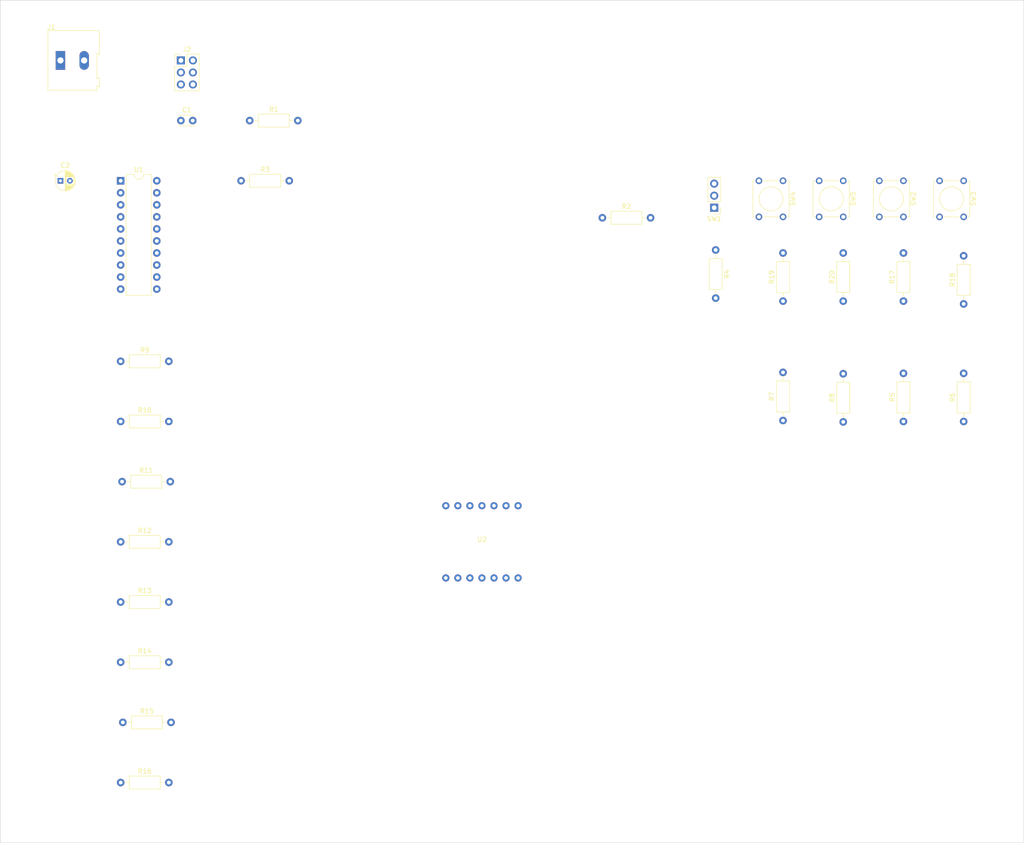
<source format=kicad_pcb>
(kicad_pcb (version 20211014) (generator pcbnew)
  (layers (0 "F.Cu" signal) (31 "B.Cu" signal) (34 "B.Paste" user) (35 "F.Paste" user) (36 "B.SilkS" user "B.Silkscreen") (37 "F.SilkS" user "F.Silkscreen") (38 "B.Mask" user) (39 "F.Mask" user) (44 "Edge.Cuts" user))
  (net 0 "")
  (net 1 "+5V")
  (net 2 "Net-(J2-Pad5)")
  (net 3 "Net-(R3-Pad2)")
  (net 4 "Net-(R9-Pad1)")
  (net 5 "Net-(R10-Pad1)")
  (net 6 "Net-(R16-Pad1)")
  (net 7 "Net-(R2-Pad1)")
  (net 8 "Net-(R11-Pad1)")
  (net 9 "Net-(R12-Pad1)")
  (net 10 "Net-(R13-Pad1)")
  (net 11 "Net-(R14-Pad1)")
  (net 12 "GND")
  (net 13 "Net-(R15-Pad1)")
  (net 14 "Net-(U1-Pad12)")
  (net 15 "Net-(U1-Pad13)")
  (net 16 "Net-(U1-Pad14)")
  (net 17 "Net-(U1-Pad15)")
  (net 18 "Net-(R17-Pad1)")
  (net 19 "Net-(J2-Pad4)")
  (net 20 "Net-(J2-Pad1)")
  (net 21 "Net-(J2-Pad3)")
  (net 22 "Net-(R9-Pad2)")
  (net 23 "Net-(R10-Pad2)")
  (net 24 "Net-(R11-Pad2)")
  (net 25 "Net-(R12-Pad2)")
  (net 26 "Net-(R13-Pad2)")
  (net 27 "Net-(R14-Pad2)")
  (net 28 "Net-(R15-Pad2)")
  (net 29 "Net-(R16-Pad2)")
  (net 30 "Net-(R17-Pad2)")
  (net 31 "Net-(R18-Pad2)")
  (net 32 "Net-(R19-Pad2)")
  (net 33 "Net-(R20-Pad2)")
  (net 34 "Net-(R2-Pad2)")
  (net 35 "Net-(R4-Pad1)")
  (footprint "Resistor_THT:R_Axial_DIN0207_L6.3mm_D2.5mm_P10.16mm_Horizontal" (layer "F.Cu") (at 228.6 101.395 90)
    (fp_text reference "R7" (at 5.08 -2.37 90) (layer "F.SilkS"))
    (fp_text value "470")
    (fp_line (start 8.35 -1.37) (end 1.81 -1.37) (layer "F.SilkS") (width 0.12))
    (fp_line (start 1.81 1.37) (end 8.35 1.37) (layer "F.SilkS") (width 0.12))
    (fp_line (start 1.81 -1.37) (end 1.81 1.37) (layer "F.SilkS") (width 0.12))
    (fp_line (start 8.35 1.37) (end 8.35 -1.37) (layer "F.SilkS") (width 0.12))
    (fp_line (start 9.12 0) (end 8.35 0) (layer "F.SilkS") (width 0.12))
    (fp_line (start 1.04 0) (end 1.81 0) (layer "F.SilkS") (width 0.12))
    (pad "1" thru_hole circle (at 0 0 90) (size 1.6 1.6) (drill 0.8) (layers *.Cu *.Mask) (net 1 "+5V"))
    (pad "2" thru_hole oval (at 10.16 0 90) (size 1.6 1.6) (drill 0.8) (layers *.Cu *.Mask) (net 20 "Net-(J2-Pad1)"))
  )
  (footprint "Resistor_THT:R_Axial_DIN0207_L6.3mm_D2.5mm_P10.16mm_Horizontal" (layer "F.Cu") (at 241.3 76.2 90)
    (fp_text reference "R20" (at 5.08 -2.37 90) (layer "F.SilkS"))
    (fp_text value "470")
    (fp_line (start 8.35 -1.37) (end 1.81 -1.37) (layer "F.SilkS") (width 0.12))
    (fp_line (start 1.81 -1.37) (end 1.81 1.37) (layer "F.SilkS") (width 0.12))
    (fp_line (start 1.04 0) (end 1.81 0) (layer "F.SilkS") (width 0.12))
    (fp_line (start 9.12 0) (end 8.35 0) (layer "F.SilkS") (width 0.12))
    (fp_line (start 1.81 1.37) (end 8.35 1.37) (layer "F.SilkS") (width 0.12))
    (fp_line (start 8.35 1.37) (end 8.35 -1.37) (layer "F.SilkS") (width 0.12))
    (pad "1" thru_hole circle (at 0 0 90) (size 1.6 1.6) (drill 0.8) (layers *.Cu *.Mask) (net 21 "Net-(J2-Pad3)"))
    (pad "2" thru_hole oval (at 10.16 0 90) (size 1.6 1.6) (drill 0.8) (layers *.Cu *.Mask) (net 33 "Net-(R20-Pad2)"))
  )
  (footprint "Resistor_THT:R_Axial_DIN0207_L6.3mm_D2.5mm_P10.16mm_Horizontal" (layer "F.Cu") (at 88.9 101.6)
    (fp_text reference "R10" (at 5.08 -2.37) (layer "F.SilkS"))
    (fp_text value "470")
    (fp_line (start 8.35 1.37) (end 8.35 -1.37) (layer "F.SilkS") (width 0.12))
    (fp_line (start 1.81 1.37) (end 8.35 1.37) (layer "F.SilkS") (width 0.12))
    (fp_line (start 1.81 -1.37) (end 1.81 1.37) (layer "F.SilkS") (width 0.12))
    (fp_line (start 1.04 0) (end 1.81 0) (layer "F.SilkS") (width 0.12))
    (fp_line (start 9.12 0) (end 8.35 0) (layer "F.SilkS") (width 0.12))
    (fp_line (start 8.35 -1.37) (end 1.81 -1.37) (layer "F.SilkS") (width 0.12))
    (pad "1" thru_hole circle (at 0 0) (size 1.6 1.6) (drill 0.8) (layers *.Cu *.Mask) (net 5 "Net-(R10-Pad1)"))
    (pad "2" thru_hole oval (at 10.16 0) (size 1.6 1.6) (drill 0.8) (layers *.Cu *.Mask) (net 23 "Net-(R10-Pad2)"))
  )
  (footprint "Capacitor_THT:C_Disc_D3.0mm_W2.0mm_P2.50mm" (layer "F.Cu") (at 101.6 38.1)
    (fp_text reference "C1" (at 1.25 -2.25) (layer "F.SilkS"))
    (fp_text value "100nF")
    (fp_line (start 2.87 1.055) (end 2.87 1.12) (layer "F.SilkS") (width 0.12))
    (fp_line (start -0.37 1.055) (end -0.37 1.12) (layer "F.SilkS") (width 0.12))
    (fp_line (start 2.87 -1.12) (end 2.87 -1.055) (layer "F.SilkS") (width 0.12))
    (fp_line (start -0.37 -1.12) (end -0.37 -1.055) (layer "F.SilkS") (width 0.12))
    (fp_line (start -0.37 -1.12) (end 2.87 -1.12) (layer "F.SilkS") (width 0.12))
    (fp_line (start -0.37 1.12) (end 2.87 1.12) (layer "F.SilkS") (width 0.12))
    (pad "1" thru_hole circle (at 0 0) (size 1.6 1.6) (drill 0.8) (layers *.Cu *.Mask) (net 2 "Net-(J2-Pad5)"))
    (pad "2" thru_hole circle (at 2.5 0) (size 1.6 1.6) (drill 0.8) (layers *.Cu *.Mask) (net 12 "GND"))
  )
  (footprint "Resistor_THT:R_Axial_DIN0207_L6.3mm_D2.5mm_P10.16mm_Horizontal" (layer "F.Cu") (at 89.2 114.3)
    (fp_text reference "R11" (at 5.08 -2.37) (layer "F.SilkS"))
    (fp_text value "470")
    (fp_line (start 1.04 0) (end 1.81 0) (layer "F.SilkS") (width 0.12))
    (fp_line (start 1.81 1.37) (end 8.35 1.37) (layer "F.SilkS") (width 0.12))
    (fp_line (start 8.35 1.37) (end 8.35 -1.37) (layer "F.SilkS") (width 0.12))
    (fp_line (start 9.12 0) (end 8.35 0) (layer "F.SilkS") (width 0.12))
    (fp_line (start 8.35 -1.37) (end 1.81 -1.37) (layer "F.SilkS") (width 0.12))
    (fp_line (start 1.81 -1.37) (end 1.81 1.37) (layer "F.SilkS") (width 0.12))
    (pad "1" thru_hole circle (at 0 0) (size 1.6 1.6) (drill 0.8) (layers *.Cu *.Mask) (net 8 "Net-(R11-Pad1)"))
    (pad "2" thru_hole oval (at 10.16 0) (size 1.6 1.6) (drill 0.8) (layers *.Cu *.Mask) (net 24 "Net-(R11-Pad2)"))
  )
  (footprint "Resistor_THT:R_Axial_DIN0207_L6.3mm_D2.5mm_P10.16mm_Horizontal" (layer "F.Cu") (at 116.11 38.1)
    (fp_text reference "R1" (at 5.08 -2.37) (layer "F.SilkS"))
    (fp_text value "10k")
    (fp_line (start 8.35 1.37) (end 8.35 -1.37) (layer "F.SilkS") (width 0.12))
    (fp_line (start 1.81 -1.37) (end 1.81 1.37) (layer "F.SilkS") (width 0.12))
    (fp_line (start 8.35 -1.37) (end 1.81 -1.37) (layer "F.SilkS") (width 0.12))
    (fp_line (start 1.81 1.37) (end 8.35 1.37) (layer "F.SilkS") (width 0.12))
    (fp_line (start 1.04 0) (end 1.81 0) (layer "F.SilkS") (width 0.12))
    (fp_line (start 9.12 0) (end 8.35 0) (layer "F.SilkS") (width 0.12))
    (pad "1" thru_hole circle (at 0 0) (size 1.6 1.6) (drill 0.8) (layers *.Cu *.Mask) (net 1 "+5V"))
    (pad "2" thru_hole oval (at 10.16 0) (size 1.6 1.6) (drill 0.8) (layers *.Cu *.Mask) (net 2 "Net-(J2-Pad5)"))
  )
  (footprint "Resistor_THT:R_Axial_DIN0207_L6.3mm_D2.5mm_P10.16mm_Horizontal" (layer "F.Cu") (at 266.7 76.79 90)
    (fp_text reference "R18" (at 5.08 -2.37 90) (layer "F.SilkS"))
    (fp_text value "470")
    (fp_line (start 8.35 1.37) (end 8.35 -1.37) (layer "F.SilkS") (width 0.12))
    (fp_line (start 1.81 1.37) (end 8.35 1.37) (layer "F.SilkS") (width 0.12))
    (fp_line (start 9.12 0) (end 8.35 0) (layer "F.SilkS") (width 0.12))
    (fp_line (start 8.35 -1.37) (end 1.81 -1.37) (layer "F.SilkS") (width 0.12))
    (fp_line (start 1.04 0) (end 1.81 0) (layer "F.SilkS") (width 0.12))
    (fp_line (start 1.81 -1.37) (end 1.81 1.37) (layer "F.SilkS") (width 0.12))
    (pad "1" thru_hole circle (at 0 0 90) (size 1.6 1.6) (drill 0.8) (layers *.Cu *.Mask) (net 19 "Net-(J2-Pad4)"))
    (pad "2" thru_hole oval (at 10.16 0 90) (size 1.6 1.6) (drill 0.8) (layers *.Cu *.Mask) (net 31 "Net-(R18-Pad2)"))
  )
  (footprint "Button_Switch_THT:SW_Tactile_Straight_KSA0Axx1LFTR" (layer "F.Cu") (at 228.6 50.8 -90)
    (fp_text reference "SW4" (at 3.81 -2.08 90) (layer "F.SilkS"))
    (fp_text value "SW_Push")
    (fp_line (start 7.62 -1.27) (end 7.62 -0.97) (layer "F.SilkS") (width 0.12))
    (fp_line (start 0 -1.27) (end 0 -0.97) (layer "F.SilkS") (width 0.12))
    (fp_line (start 0 -1.27) (end 7.62 -1.27) (layer "F.SilkS") (width 0.12))
    (fp_line (start 7.62 6.35) (end 0 6.35) (layer "F.SilkS") (width 0.12))
    (fp_line (start 0 0.97) (end 0 4.11) (layer "F.SilkS") (width 0.12))
    (fp_line (start 7.62 0.97) (end 7.62 4.11) (layer "F.SilkS") (width 0.12))
    (fp_line (start 0 6.05) (end 0 6.35) (layer "F.SilkS") (width 0.12))
    (fp_line (start 7.62 6.05) (end 7.62 6.35) (layer "F.SilkS") (width 0.12))
    (fp_circle (center 3.81 2.54) (end 3.81 0) (layer "F.SilkS") (width 0.12) (fill none))
    (pad "1" thru_hole circle (at 0 0 270) (size 1.397 1.397) (drill 0.8128) (layers *.Cu *.Mask) (net 32 "Net-(R19-Pad2)"))
    (pad "1" thru_hole circle (at 7.62 0 270) (size 1.397 1.397) (drill 0.8128) (layers *.Cu *.Mask) (net 32 "Net-(R19-Pad2)"))
    (pad "2" thru_hole circle (at 7.62 5.08 270) (size 1.397 1.397) (drill 0.8128) (layers *.Cu *.Mask) (net 12 "GND"))
    (pad "2" thru_hole circle (at 0 5.08 270) (size 1.397 1.397) (drill 0.8128) (layers *.Cu *.Mask) (net 12 "GND"))
  )
  (footprint "Resistor_THT:R_Axial_DIN0207_L6.3mm_D2.5mm_P10.16mm_Horizontal" (layer "F.Cu") (at 88.9 88.9)
    (fp_text reference "R9" (at 5.08 -2.37) (layer "F.SilkS"))
    (fp_text value "470")
    (fp_line (start 9.12 0) (end 8.35 0) (layer "F.SilkS") (width 0.12))
    (fp_line (start 1.81 -1.37) (end 1.81 1.37) (layer "F.SilkS") (width 0.12))
    (fp_line (start 8.35 -1.37) (end 1.81 -1.37) (layer "F.SilkS") (width 0.12))
    (fp_line (start 1.04 0) (end 1.81 0) (layer "F.SilkS") (width 0.12))
    (fp_line (start 8.35 1.37) (end 8.35 -1.37) (layer "F.SilkS") (width 0.12))
    (fp_line (start 1.81 1.37) (end 8.35 1.37) (layer "F.SilkS") (width 0.12))
    (pad "1" thru_hole circle (at 0 0) (size 1.6 1.6) (drill 0.8) (layers *.Cu *.Mask) (net 4 "Net-(R9-Pad1)"))
    (pad "2" thru_hole oval (at 10.16 0) (size 1.6 1.6) (drill 0.8) (layers *.Cu *.Mask) (net 22 "Net-(R9-Pad2)"))
  )
  (footprint "Button_Switch_THT:SW_Tactile_Straight_KSA0Axx1LFTR" (layer "F.Cu") (at 254 50.8 -90)
    (fp_text reference "SW2" (at 3.81 -2.08 90) (layer "F.SilkS"))
    (fp_text value "SW_Push")
    (fp_line (start 7.62 -1.27) (end 7.62 -0.97) (layer "F.SilkS") (width 0.12))
    (fp_line (start 7.62 0.97) (end 7.62 4.11) (layer "F.SilkS") (width 0.12))
    (fp_line (start 7.62 6.05) (end 7.62 6.35) (layer "F.SilkS") (width 0.12))
    (fp_line (start 7.62 6.35) (end 0 6.35) (layer "F.SilkS") (width 0.12))
    (fp_line (start 0 6.05) (end 0 6.35) (layer "F.SilkS") (width 0.12))
    (fp_line (start 0 -1.27) (end 0 -0.97) (layer "F.SilkS") (width 0.12))
    (fp_line (start 0 0.97) (end 0 4.11) (layer "F.SilkS") (width 0.12))
    (fp_line (start 0 -1.27) (end 7.62 -1.27) (layer "F.SilkS") (width 0.12))
    (fp_circle (center 3.81 2.54) (end 3.81 0) (layer "F.SilkS") (width 0.12) (fill none))
    (pad "1" thru_hole circle (at 7.62 0 270) (size 1.397 1.397) (drill 0.8128) (layers *.Cu *.Mask) (net 30 "Net-(R17-Pad2)"))
    (pad "1" thru_hole circle (at 0 0 270) (size 1.397 1.397) (drill 0.8128) (layers *.Cu *.Mask) (net 30 "Net-(R17-Pad2)"))
    (pad "2" thru_hole circle (at 0 5.08 270) (size 1.397 1.397) (drill 0.8128) (layers *.Cu *.Mask) (net 12 "GND"))
    (pad "2" thru_hole circle (at 7.62 5.08 270) (size 1.397 1.397) (drill 0.8128) (layers *.Cu *.Mask) (net 12 "GND"))
  )
  (footprint "Button_Switch_THT:SW_Tactile_Straight_KSA0Axx1LFTR" (layer "F.Cu") (at 241.3 50.8 -90)
    (fp_text reference "SW5" (at 3.81 -2.08 90) (layer "F.SilkS"))
    (fp_text value "SW_Push")
    (fp_line (start 0 -1.27) (end 7.62 -1.27) (layer "F.SilkS") (width 0.12))
    (fp_line (start 0 -1.27) (end 0 -0.97) (layer "F.SilkS") (width 0.12))
    (fp_line (start 7.62 6.05) (end 7.62 6.35) (layer "F.SilkS") (width 0.12))
    (fp_line (start 7.62 -1.27) (end 7.62 -0.97) (layer "F.SilkS") (width 0.12))
    (fp_line (start 7.62 6.35) (end 0 6.35) (layer "F.SilkS") (width 0.12))
    (fp_line (start 7.62 0.97) (end 7.62 4.11) (layer "F.SilkS") (width 0.12))
    (fp_line (start 0 6.05) (end 0 6.35) (layer "F.SilkS") (width 0.12))
    (fp_line (start 0 0.97) (end 0 4.11) (layer "F.SilkS") (width 0.12))
    (fp_circle (center 3.81 2.54) (end 3.81 0) (layer "F.SilkS") (width 0.12) (fill none))
    (pad "1" thru_hole circle (at 7.62 0 270) (size 1.397 1.397) (drill 0.8128) (layers *.Cu *.Mask) (net 33 "Net-(R20-Pad2)"))
    (pad "1" thru_hole circle (at 0 0 270) (size 1.397 1.397) (drill 0.8128) (layers *.Cu *.Mask) (net 33 "Net-(R20-Pad2)"))
    (pad "2" thru_hole circle (at 7.62 5.08 270) (size 1.397 1.397) (drill 0.8128) (layers *.Cu *.Mask) (net 12 "GND"))
    (pad "2" thru_hole circle (at 0 5.08 270) (size 1.397 1.397) (drill 0.8128) (layers *.Cu *.Mask) (net 12 "GND"))
  )
  (footprint "Package_DIP:DIP-20_W7.62mm" (layer "F.Cu") (at 88.9 50.8)
    (fp_text reference "U1" (at 3.81 -2.33) (layer "F.SilkS"))
    (fp_text value "ATtiny2313-20P")
    (fp_line (start 6.46 24.19) (end 6.46 -1.33) (layer "F.SilkS") (width 0.12))
    (fp_line (start 2.81 -1.33) (end 1.16 -1.33) (layer "F.SilkS") (width 0.12))
    (fp_line (start 6.46 -1.33) (end 4.81 -1.33) (layer "F.SilkS") (width 0.12))
    (fp_line (start 1.16 24.19) (end 6.46 24.19) (layer "F.SilkS") (width 0.12))
    (fp_line (start 1.16 -1.33) (end 1.16 24.19) (layer "F.SilkS") (width 0.12))
    (fp_arc (start 4.81 -1.33) (mid 3.81 -0.33) (end 2.81 -1.33) (layer "F.SilkS") (width 0.12))
    (pad "1" thru_hole rect (at 0 0) (size 1.6 1.6) (drill 0.8) (layers *.Cu *.Mask) (net 3 "Net-(R3-Pad2)"))
    (pad "2" thru_hole oval (at 0 2.54) (size 1.6 1.6) (drill 0.8) (layers *.Cu *.Mask) (net 4 "Net-(R9-Pad1)"))
    (pad "3" thru_hole oval (at 0 5.08) (size 1.6 1.6) (drill 0.8) (layers *.Cu *.Mask) (net 5 "Net-(R10-Pad1)"))
    (pad "4" thru_hole oval (at 0 7.62) (size 1.6 1.6) (drill 0.8) (layers *.Cu *.Mask) (net 6 "Net-(R16-Pad1)"))
    (pad "5" thru_hole oval (at 0 10.16) (size 1.6 1.6) (drill 0.8) (layers *.Cu *.Mask) (net 7 "Net-(R2-Pad1)"))
    (pad "6" thru_hole oval (at 0 12.7) (size 1.6 1.6) (drill 0.8) (layers *.Cu *.Mask) (net 8 "Net-(R11-Pad1)"))
    (pad "7" thru_hole oval (at 0 15.24) (size 1.6 1.6) (drill 0.8) (layers *.Cu *.Mask) (net 9 "Net-(R12-Pad1)"))
    (pad "8" thru_hole oval (at 0 17.78) (size 1.6 1.6) (drill 0.8) (layers *.Cu *.Mask) (net 10 "Net-(R13-Pad1)"))
    (pad "9" thru_hole oval (at 0 20.32) (size 1.6 1.6) (drill 0.8) (layers *.Cu *.Mask) (net 11 "Net-(R14-Pad1)"))
    (pad "10" thru_hole oval (at 0 22.86) (size 1.6 1.6) (drill 0.8) (layers *.Cu *.Mask) (net 12 "GND"))
    (pad "11" thru_hole oval (at 7.62 22.86) (size 1.6 1.6) (drill 0.8) (layers *.Cu *.Mask) (net 13 "Net-(R15-Pad1)"))
    (pad "12" thru_hole oval (at 7.62 20.32) (size 1.6 1.6) (drill 0.8) (layers *.Cu *.Mask) (net 14 "Net-(U1-Pad12)"))
    (pad "13" thru_hole oval (at 7.62 17.78) (size 1.6 1.6) (drill 0.8) (layers *.Cu *.Mask) (net 15 "Net-(U1-Pad13)"))
    (pad "14" thru_hole oval (at 7.62 15.24) (size 1.6 1.6) (drill 0.8) (layers *.Cu *.Mask) (net 16 "Net-(U1-Pad14)"))
    (pad "15" thru_hole oval (at 7.62 12.7) (size 1.6 1.6) (drill 0.8) (layers *.Cu *.Mask) (net 17 "Net-(U1-Pad15)"))
    (pad "16" thru_hole oval (at 7.62 10.16) (size 1.6 1.6) (drill 0.8) (layers *.Cu *.Mask) (net 18 "Net-(R17-Pad1)"))
    (pad "17" thru_hole oval (at 7.62 7.62) (size 1.6 1.6) (drill 0.8) (layers *.Cu *.Mask) (net 19 "Net-(J2-Pad4)"))
    (pad "18" thru_hole oval (at 7.62 5.08) (size 1.6 1.6) (drill 0.8) (layers *.Cu *.Mask) (net 20 "Net-(J2-Pad1)"))
    (pad "19" thru_hole oval (at 7.62 2.54) (size 1.6 1.6) (drill 0.8) (layers *.Cu *.Mask) (net 21 "Net-(J2-Pad3)"))
    (pad "20" thru_hole oval (at 7.62 0) (size 1.6 1.6) (drill 0.8) (layers *.Cu *.Mask) (net 1 "+5V"))
  )
  (footprint "Resistor_THT:R_Axial_DIN0207_L6.3mm_D2.5mm_P10.16mm_Horizontal" (layer "F.Cu") (at 254 101.6 90)
    (fp_text reference "R5" (at 5.08 -2.37 90) (layer "F.SilkS"))
    (fp_text value "470")
    (fp_line (start 9.12 0) (end 8.35 0) (layer "F.SilkS") (width 0.12))
    (fp_line (start 1.81 -1.37) (end 1.81 1.37) (layer "F.SilkS") (width 0.12))
    (fp_line (start 8.35 -1.37) (end 1.81 -1.37) (layer "F.SilkS") (width 0.12))
    (fp_line (start 1.04 0) (end 1.81 0) (layer "F.SilkS") (width 0.12))
    (fp_line (start 8.35 1.37) (end 8.35 -1.37) (layer "F.SilkS") (width 0.12))
    (fp_line (start 1.81 1.37) (end 8.35 1.37) (layer "F.SilkS") (width 0.12))
    (pad "1" thru_hole circle (at 0 0 90) (size 1.6 1.6) (drill 0.8) (layers *.Cu *.Mask) (net 1 "+5V"))
    (pad "2" thru_hole oval (at 10.16 0 90) (size 1.6 1.6) (drill 0.8) (layers *.Cu *.Mask) (net 18 "Net-(R17-Pad1)"))
  )
  (footprint "Resistor_THT:R_Axial_DIN0207_L6.3mm_D2.5mm_P10.16mm_Horizontal" (layer "F.Cu") (at 88.9 127)
    (fp_text reference "R12" (at 5.08 -2.37) (layer "F.SilkS"))
    (fp_text value "470")
    (fp_line (start 8.35 -1.37) (end 1.81 -1.37) (layer "F.SilkS") (width 0.12))
    (fp_line (start 9.12 0) (end 8.35 0) (layer "F.SilkS") (width 0.12))
    (fp_line (start 1.81 1.37) (end 8.35 1.37) (layer "F.SilkS") (width 0.12))
    (fp_line (start 1.81 -1.37) (end 1.81 1.37) (layer "F.SilkS") (width 0.12))
    (fp_line (start 1.04 0) (end 1.81 0) (layer "F.SilkS") (width 0.12))
    (fp_line (start 8.35 1.37) (end 8.35 -1.37) (layer "F.SilkS") (width 0.12))
    (pad "1" thru_hole circle (at 0 0) (size 1.6 1.6) (drill 0.8) (layers *.Cu *.Mask) (net 9 "Net-(R12-Pad1)"))
    (pad "2" thru_hole oval (at 10.16 0) (size 1.6 1.6) (drill 0.8) (layers *.Cu *.Mask) (net 25 "Net-(R12-Pad2)"))
  )
  (footprint "Resistor_THT:R_Axial_DIN0207_L6.3mm_D2.5mm_P10.16mm_Horizontal" (layer "F.Cu") (at 114.3 50.8)
    (fp_text reference "R3" (at 5.08 -2.37) (layer "F.SilkS"))
    (fp_text value "470")
    (fp_line (start 9.12 0) (end 8.35 0) (layer "F.SilkS") (width 0.12))
    (fp_line (start 8.35 1.37) (end 8.35 -1.37) (layer "F.SilkS") (width 0.12))
    (fp_line (start 1.04 0) (end 1.81 0) (layer "F.SilkS") (width 0.12))
    (fp_line (start 1.81 1.37) (end 8.35 1.37) (layer "F.SilkS") (width 0.12))
    (fp_line (start 8.35 -1.37) (end 1.81 -1.37) (layer "F.SilkS") (width 0.12))
    (fp_line (start 1.81 -1.37) (end 1.81 1.37) (layer "F.SilkS") (width 0.12))
    (pad "1" thru_hole circle (at 0 0) (size 1.6 1.6) (drill 0.8) (layers *.Cu *.Mask) (net 2 "Net-(J2-Pad5)"))
    (pad "2" thru_hole oval (at 10.16 0) (size 1.6 1.6) (drill 0.8) (layers *.Cu *.Mask) (net 3 "Net-(R3-Pad2)"))
  )
  (footprint "Resistor_THT:R_Axial_DIN0207_L6.3mm_D2.5mm_P10.16mm_Horizontal" (layer "F.Cu") (at 214.4 65.405 -90)
    (fp_text reference "R4" (at 5.08 -2.37 90) (layer "F.SilkS"))
    (fp_text value "470")
    (fp_line (start 9.12 0) (end 8.35 0) (layer "F.SilkS") (width 0.12))
    (fp_line (start 8.35 1.37) (end 8.35 -1.37) (layer "F.SilkS") (width 0.12))
    (fp_line (start 1.04 0) (end 1.81 0) (layer "F.SilkS") (width 0.12))
    (fp_line (start 1.81 -1.37) (end 1.81 1.37) (layer "F.SilkS") (width 0.12))
    (fp_line (start 1.81 1.37) (end 8.35 1.37) (layer "F.SilkS") (width 0.12))
    (fp_line (start 8.35 -1.37) (end 1.81 -1.37) (layer "F.SilkS") (width 0.12))
    (pad "1" thru_hole circle (at 0 0 270) (size 1.6 1.6) (drill 0.8) (layers *.Cu *.Mask) (net 35 "Net-(R4-Pad1)"))
    (pad "2" thru_hole oval (at 10.16 0 270) (size 1.6 1.6) (drill 0.8) (layers *.Cu *.Mask) (net 1 "+5V"))
  )
  (footprint "Resistor_THT:R_Axial_DIN0207_L6.3mm_D2.5mm_P10.16mm_Horizontal" (layer "F.Cu") (at 228.6 76.2 90)
    (fp_text reference "R19" (at 5.08 -2.37 90) (layer "F.SilkS"))
    (fp_text value "470")
    (fp_line (start 1.04 0) (end 1.81 0) (layer "F.SilkS") (width 0.12))
    (fp_line (start 8.35 -1.37) (end 1.81 -1.37) (layer "F.SilkS") (width 0.12))
    (fp_line (start 1.81 1.37) (end 8.35 1.37) (layer "F.SilkS") (width 0.12))
    (fp_line (start 9.12 0) (end 8.35 0) (layer "F.SilkS") (width 0.12))
    (fp_line (start 8.35 1.37) (end 8.35 -1.37) (layer "F.SilkS") (width 0.12))
    (fp_line (start 1.81 -1.37) (end 1.81 1.37) (layer "F.SilkS") (width 0.12))
    (pad "1" thru_hole circle (at 0 0 90) (size 1.6 1.6) (drill 0.8) (layers *.Cu *.Mask) (net 20 "Net-(J2-Pad1)"))
    (pad "2" thru_hole oval (at 10.16 0 90) (size 1.6 1.6) (drill 0.8) (layers *.Cu *.Mask) (net 32 "Net-(R19-Pad2)"))
  )
  (footprint "TerminalBlock:TerminalBlock_Altech_AK300-2_P5.00mm" (layer "F.Cu") (at 76.2 25.4)
    (fp_text reference "J1" (at -1.92 -6.99) (layer "F.SilkS"))
    (fp_text value "Screw_Terminal_01x02")
    (fp_line (start -2.65 -6.3) (end -2.65 6.3) (layer "F.SilkS") (width 0.12))
    (fp_line (start 7.7 -1.5) (end 8.2 -1.2) (layer "F.SilkS") (width 0.12))
    (fp_line (start 7.7 5.35) (end 8.2 5.6) (layer "F.SilkS") (width 0.12))
    (fp_line (start 8.2 5.6) (end 8.2 3.7) (layer "F.SilkS") (width 0.12))
    (fp_line (start 8.2 -1.2) (end 8.2 -6.3) (layer "F.SilkS") (width 0.12))
    (fp_line (start 7.7 6.3) (end 7.7 5.35) (layer "F.SilkS") (width 0.12))
    (fp_line (start -2.65 6.3) (end 7.7 6.3) (layer "F.SilkS") (width 0.12))
    (fp_line (start 8.2 -6.3) (end -2.65 -6.3) (layer "F.SilkS") (width 0.12))
    (fp_line (start 7.7 3.9) (end 7.7 -1.5) (layer "F.SilkS") (width 0.12))
    (fp_line (start 8.2 3.65) (end 7.7 3.9) (layer "F.SilkS") (width 0.12))
    (fp_line (start 8.2 3.7) (end 8.2 3.65) (layer "F.SilkS") (width 0.12))
    (pad "1" thru_hole rect (at 0 0) (size 1.98 3.96) (drill 1.32) (layers *.Cu *.Mask) (net 1 "+5V"))
    (pad "2" thru_hole oval (at 5 0) (size 1.98 3.96) (drill 1.32) (layers *.Cu *.Mask) (net 12 "GND"))
  )
  (footprint "Connector_PinHeader_2.54mm:PinHeader_2x03_P2.54mm_Vertical" (layer "F.Cu") (at 101.6 25.4)
    (fp_text reference "J2" (at 1.27 -2.33) (layer "F.SilkS"))
    (fp_text value "AVR-ISP-6")
    (fp_line (start -1.33 0) (end -1.33 -1.33) (layer "F.SilkS") (width 0.12))
    (fp_line (start 1.27 1.27) (end 1.27 -1.33) (layer "F.SilkS") (width 0.12))
    (fp_line (start 3.87 -1.33) (end 3.87 6.41) (layer "F.SilkS") (width 0.12))
    (fp_line (start -1.33 -1.33) (end 0 -1.33) (layer "F.SilkS") (width 0.12))
    (fp_line (start 1.27 -1.33) (end 3.87 -1.33) (layer "F.SilkS") (width 0.12))
    (fp_line (start -1.33 1.27) (end 1.27 1.27) (layer "F.SilkS") (width 0.12))
    (fp_line (start -1.33 1.27) (end -1.33 6.41) (layer "F.SilkS") (width 0.12))
    (fp_line (start -1.33 6.41) (end 3.87 6.41) (layer "F.SilkS") (width 0.12))
    (pad "1" thru_hole rect (at 0 0) (size 1.7 1.7) (drill 1) (layers *.Cu *.Mask) (net 20 "Net-(J2-Pad1)"))
    (pad "2" thru_hole oval (at 2.54 0) (size 1.7 1.7) (drill 1) (layers *.Cu *.Mask) (net 1 "+5V"))
    (pad "3" thru_hole oval (at 0 2.54) (size 1.7 1.7) (drill 1) (layers *.Cu *.Mask) (net 21 "Net-(J2-Pad3)"))
    (pad "4" thru_hole oval (at 2.54 2.54) (size 1.7 1.7) (drill 1) (layers *.Cu *.Mask) (net 19 "Net-(J2-Pad4)"))
    (pad "5" thru_hole oval (at 0 5.08) (size 1.7 1.7) (drill 1) (layers *.Cu *.Mask) (net 2 "Net-(J2-Pad5)"))
    (pad "6" thru_hole oval (at 2.54 5.08) (size 1.7 1.7) (drill 1) (layers *.Cu *.Mask) (net 12 "GND"))
  )
  (footprint "Connector_PinHeader_2.54mm:PinHeader_1x03_P2.54mm_Vertical" (layer "F.Cu") (at 214.085 56.485 180)
    (fp_text reference "SW1" (at 0 -2.33) (layer "F.SilkS"))
    (fp_text value "SW_SPDT")
    (fp_line (start -1.33 0) (end -1.33 -1.33) (layer "F.SilkS") (width 0.12))
    (fp_line (start -1.33 6.41) (end 1.33 6.41) (layer "F.SilkS") (width 0.12))
    (fp_line (start 1.33 1.27) (end 1.33 6.41) (layer "F.SilkS") (width 0.12))
    (fp_line (start -1.33 -1.33) (end 0 -1.33) (layer "F.SilkS") (width 0.12))
    (fp_line (start -1.33 1.27) (end -1.33 6.41) (layer "F.SilkS") (width 0.12))
    (fp_line (start -1.33 1.27) (end 1.33 1.27) (layer "F.SilkS") (width 0.12))
    (pad "1" thru_hole rect (at 0 0 180) (size 1.7 1.7) (drill 1) (layers *.Cu *.Mask) (net 35 "Net-(R4-Pad1)"))
    (pad "2" thru_hole oval (at 0 2.54 180) (size 1.7 1.7) (drill 1) (layers *.Cu *.Mask) (net 34 "Net-(R2-Pad2)"))
    (pad "3" thru_hole oval (at 0 5.08 180) (size 1.7 1.7) (drill 1) (layers *.Cu *.Mask) (net 12 "GND"))
  )
  (footprint "Resistor_THT:R_Axial_DIN0207_L6.3mm_D2.5mm_P10.16mm_Horizontal" (layer "F.Cu") (at 241.3 101.685 90)
    (fp_text reference "R8" (at 5.08 -2.37 90) (layer "F.SilkS"))
    (fp_text value "470")
    (fp_line (start 1.04 0) (end 1.81 0) (layer "F.SilkS") (width 0.12))
    (fp_line (start 8.35 1.37) (end 8.35 -1.37) (layer "F.SilkS") (width 0.12))
    (fp_line (start 1.81 1.37) (end 8.35 1.37) (layer "F.SilkS") (width 0.12))
    (fp_line (start 8.35 -1.37) (end 1.81 -1.37) (layer "F.SilkS") (width 0.12))
    (fp_line (start 1.81 -1.37) (end 1.81 1.37) (layer "F.SilkS") (width 0.12))
    (fp_line (start 9.12 0) (end 8.35 0) (layer "F.SilkS") (width 0.12))
    (pad "1" thru_hole circle (at 0 0 90) (size 1.6 1.6) (drill 0.8) (layers *.Cu *.Mask) (net 1 "+5V"))
    (pad "2" thru_hole oval (at 10.16 0 90) (size 1.6 1.6) (drill 0.8) (layers *.Cu *.Mask) (net 21 "Net-(J2-Pad3)"))
  )
  (footprint "Resistor_THT:R_Axial_DIN0207_L6.3mm_D2.5mm_P10.16mm_Horizontal" (layer "F.Cu") (at 266.7 101.6 90)
    (fp_text reference "R6" (at 5.08 -2.37 90) (layer "F.SilkS"))
    (fp_text value "470")
    (fp_line (start 9.12 0) (end 8.35 0) (layer "F.SilkS") (width 0.12))
    (fp_line (start 8.35 -1.37) (end 1.81 -1.37) (layer "F.SilkS") (width 0.12))
    (fp_line (start 1.81 1.37) (end 8.35 1.37) (layer "F.SilkS") (width 0.12))
    (fp_line (start 1.81 -1.37) (end 1.81 1.37) (layer "F.SilkS") (width 0.12))
    (fp_line (start 1.04 0) (end 1.81 0) (layer "F.SilkS") (width 0.12))
    (fp_line (start 8.35 1.37) (end 8.35 -1.37) (layer "F.SilkS") (width 0.12))
    (pad "1" thru_hole circle (at 0 0 90) (size 1.6 1.6) (drill 0.8) (layers *.Cu *.Mask) (net 1 "+5V"))
    (pad "2" thru_hole oval (at 10.16 0 90) (size 1.6 1.6) (drill 0.8) (layers *.Cu *.Mask) (net 19 "Net-(J2-Pad4)"))
  )
  (footprint "Resistor_THT:R_Axial_DIN0207_L6.3mm_D2.5mm_P10.16mm_Horizontal" (layer "F.Cu") (at 88.9 177.8)
    (fp_text reference "R16" (at 5.08 -2.37) (layer "F.SilkS"))
    (fp_text value "470")
    (fp_line (start 1.04 0) (end 1.81 0) (layer "F.SilkS") (width 0.12))
    (fp_line (start 1.81 -1.37) (end 1.81 1.37) (layer "F.SilkS") (width 0.12))
    (fp_line (start 8.35 1.37) (end 8.35 -1.37) (layer "F.SilkS") (width 0.12))
    (fp_line (start 9.12 0) (end 8.35 0) (layer "F.SilkS") (width 0.12))
    (fp_line (start 8.35 -1.37) (end 1.81 -1.37) (layer "F.SilkS") (width 0.12))
    (fp_line (start 1.81 1.37) (end 8.35 1.37) (layer "F.SilkS") (width 0.12))
    (pad "1" thru_hole circle (at 0 0) (size 1.6 1.6) (drill 0.8) (layers *.Cu *.Mask) (net 6 "Net-(R16-Pad1)"))
    (pad "2" thru_hole oval (at 10.16 0) (size 1.6 1.6) (drill 0.8) (layers *.Cu *.Mask) (net 29 "Net-(R16-Pad2)"))
  )
  (footprint "Capacitor_THT:CP_Radial_D4.0mm_P2.00mm" (layer "F.Cu") (at 76.2 50.8)
    (fp_text reference "C2" (at 1 -3.25) (layer "F.SilkS"))
    (fp_text value "33uF")
    (fp_line (start 1.28 -2.062) (end 1.28 -0.84) (layer "F.SilkS") (width 0.12))
    (fp_line (start 2.401 0.84) (end 2.401 1.552) (layer "F.SilkS") (width 0.12))
    (fp_line (start 1.24 0.84) (end 1.24 2.067) (layer "F.SilkS") (width 0.12))
    (fp_line (start 1.761 0.84) (end 1.761 1.94) (layer "F.SilkS") (width 0.12))
    (fp_line (start 1.32 0.84) (end 1.32 2.056) (layer "F.SilkS") (width 0.12))
    (fp_line (start 1.36 -2.05) (end 1.36 -0.84) (layer "F.SilkS") (width 0.12))
    (fp_line (start 2.281 0.84) (end 2.281 1.65) (layer "F.SilkS") (width 0.12))
    (fp_line (start 1.6 0.84) (end 1.6 1.994) (layer "F.SilkS") (width 0.12))
    (fp_line (start 1.56 -2.005) (end 1.56 -0.84) (layer "F.SilkS") (width 0.12))
    (fp_line (start 2.121 0.84) (end 2.121 1.76) (layer "F.SilkS") (width 0.12))
    (fp_line (start 2.641 -1.304) (end 2.641 -0.84) (layer "F.SilkS") (width 0.12))
    (fp_line (start 1.921 0.84) (end 1.921 1.87) (layer "F.SilkS") (width 0.12))
    (fp_line (start 2.441 0.84) (end 2.441 1.516) (layer "F.SilkS") (width 0.12))
    (fp_line (start 2.161 0.84) (end 2.161 1.735) (layer "F.SilkS") (width 0.12))
    (fp_line (start 1.52 -2.016) (end 1.52 -0.84) (layer "F.SilkS") (width 0.12))
    (fp_line (start 1.801 -1.924) (end 1.801 -0.84) (layer "F.SilkS") (width 0.12))
    (fp_line (start 1.08 -2.079) (end 1.08 2.079) (layer "F.SilkS") (width 0.12))
    (fp_line (start -1.069801 -1.395) (end -1.069801 -0.995) (layer "F.SilkS") (width 0.12))
    (fp_line (start 1.921 -1.87) (end 1.921 -0.84) (layer "F.SilkS") (width 0.12))
    (fp_line (start 2.921 -0.859) (end 2.921 0.859) (layer "F.SilkS") (width 0.12))
    (fp_line (start 1.36 0.84) (end 1.36 2.05) (layer "F.SilkS") (width 0.12))
    (fp_line (start 2.201 -1.708) (end 2.201 -0.84) (layer "F.SilkS") (width 0.12))
    (fp_line (start 1.56 0.84) (end 1.56 2.005) (layer "F.SilkS") (width 0.12))
    (fp_line (start 1.04 -2.08) (end 1.04 2.08) (layer "F.SilkS") (width 0.12))
    (fp_line (start 2.081 0.84) (end 2.081 1.785) (layer "F.SilkS") (width 0.12))
    (fp_line (start 1 -2.08) (end 1 2.08) (layer "F.SilkS") (width 0.12))
    (fp_line (start 2.481 -1.478) (end 2.481 -0.84) (layer "F.SilkS") (width 0.12))
    (fp_line (start 2.401 -1.552) (end 2.401 -0.84) (layer "F.SilkS") (width 0.12))
    (fp_line (start 2.481 0.84) (end 2.481 1.478) (layer "F.SilkS") (width 0.12))
    (fp_line (start 2.761 -1.142) (end 2.761 -0.84) (layer "F.SilkS") (width 0.12))
    (fp_line (start 1.961 -1.851) (end 1.961 -0.84) (layer "F.SilkS") (width 0.12))
    (fp_line (start 1.4 0.84) (end 1.4 2.042) (layer "F.SilkS") (width 0.12))
    (fp_line (start 2.841 -1.013) (end 2.841 1.013) (layer "F.SilkS") (width 0.12))
    (fp_line (start 2.001 0.84) (end 2.001 1.83) (layer "F.SilkS") (width 0.12))
    (fp_line (start 2.801 0.84) (end 2.801 1.08) (layer "F.SilkS") (width 0.12))
    (fp_line (start 1.2 0.84) (end 1.2 2.071) (layer "F.SilkS") (width 0.12))
    (fp_line (start 1.841 0.84) (end 1.841 1.907) (layer "F.SilkS") (width 0.12))
    (fp_line (start 1.28 0.84) (end 1.28 2.062) (layer "F.SilkS") (width 0.12))
    (fp_line (start 1.841 -1.907) (end 1.841 -0.84) (layer "F.SilkS") (width 0.12))
    (fp_line (start 1.48 0.84) (end 1.48 2.025) (layer "F.SilkS") (width 0.12))
    (fp_line (start 2.041 0.84) (end 2.041 1.808) (layer "F.SilkS") (width 0.12))
    (fp_line (start 2.681 -1.254) (end 2.681 -0.84) (layer "F.SilkS") (width 0.12))
    (fp_line (start 2.321 -1.619) (end 2.321 -0.84) (layer "F.SilkS") (width 0.12))
    (fp_line (start 2.241 0.84) (end 2.241 1.68) (layer "F.SilkS") (width 0.12))
    (fp_line (start 1.801 0.84) (end 1.801 1.924) (layer "F.SilkS") (width 0.12))
    (fp_line (start 2.641 0.84) (end 2.641 1.304) (layer "F.SilkS") (width 0.12))
    (fp_line (start 2.201 0.84) (end 2.201 1.708) (layer "F.SilkS") (width 0.12))
    (fp_line (start 1.761 -1.94) (end 1.761 -0.84) (layer "F.SilkS") (width 0.12))
    (fp_line (start 2.761 0.84) (end 2.761 1.142) (layer "F.SilkS") (width 0.12))
    (fp_line (start 1.4 -2.042) (end 1.4 -0.84) (layer "F.SilkS") (width 0.12))
    (fp_line (start 2.721 -1.2) (end 2.721 -0.84) (layer "F.SilkS") (width 0.12))
    (fp_line (start 1.64 0.84) (end 1.64 1.982) (layer "F.SilkS") (width 0.12))
    (fp_line (start 1.44 0.84) (end 1.44 2.034) (layer "F.SilkS") (width 0.12))
    (fp_line (start 2.561 0.84) (end 2.561 1.396) (layer "F.SilkS") (width 0.12))
    (fp_line (start 1.721 -1.954) (end 1.721 -0.84) (layer "F.SilkS") (width 0.12))
    (fp_line (start 2.681 0.84) (end 2.681 1.254) (layer "F.SilkS") (width 0.12))
    (fp_line (start 2.321 0.84) (end 2.321 1.619) (layer "F.SilkS") (width 0.12))
    (fp_line (start 2.721 0.84) (end 2.721 1.2) (layer "F.SilkS") (width 0.12))
    (fp_line (start 2.881 -0.94) (end 2.881 0.94) (layer "F.SilkS") (width 0.12))
    (fp_line (start 2.441 -1.516) (end 2.441 -0.84) (layer "F.SilkS") (width 0.12))
    (fp_line (start 3.081 -0.37) (end 3.081 0.37) (layer "F.SilkS") (width 0.12))
    (fp_line (start 1.52 0.84) (end 1.52 2.016) (layer "F.SilkS") (width 0.12))
    (fp_line (start 2.521 0.84) (end 2.521 1.438) (layer "F.SilkS") (width 0.12))
    (fp_line (start -1.269801 -1.195) (end -0.869801 -1.195) (layer "F.SilkS") (width 0.12))
    (fp_line (start 2.001 -1.83) (end 2.001 -0.84) (layer "F.SilkS") (width 0.12))
    (fp_line (start 1.16 -2.074) (end 1.16 2.074) (layer "F.SilkS") (width 0.12))
    (fp_line (start 2.521 -1.438) (end 2.521 -0.84) (layer "F.SilkS") (width 0.12))
    (fp_line (start 3.041 -0.537) (end 3.041 0.537) (layer "F.SilkS") (width 0.12))
    (fp_line (start 1.881 -1.889) (end 1.881 -0.84) (layer "F.SilkS") (width 0.12))
    (fp_line (start 1.24 -2.067) (end 1.24 -0.84) (layer "F.SilkS") (width 0.12))
    (fp_line (start 1.961 0.84) (end 1.961 1.851) (layer "F.SilkS") (width 0.12))
    (fp_line (start 1.6 -1.994) (end 1.6 -0.84) (layer "F.SilkS") (width 0.12))
    (fp_line (start 2.041 -1.808) (end 2.041 -0.84) (layer "F.SilkS") (width 0.12))
    (fp_line (start 2.601 -1.351) (end 2.601 -0.84) (layer "F.SilkS") (width 0.12))
    (fp_line (start 1.44 -2.034) (end 1.44 -0.84) (layer "F.SilkS") (width 0.12))
    (fp_line (start 2.241 -1.68) (end 2.241 -0.84) (layer "F.SilkS") (width 0.12))
    (fp_line (start 2.961 -0.768) (end 2.961 0.768) (layer "F.SilkS") (width 0.12))
    (fp_line (start 3.001 -0.664) (end 3.001 0.664) (layer "F.SilkS") (width 0.12))
    (fp_line (start 1.32 -2.056) (end 1.32 -0.84) (layer "F.SilkS") (width 0.12))
    (fp_line (start 2.121 -1.76) (end 2.121 -0.84) (layer "F.SilkS") (width 0.12))
    (fp_line (start 1.721 0.84) (end 1.721 1.954) (layer "F.SilkS") (width 0.12))
    (fp_line (start 2.161 -1.735) (end 2.161 -0.84) (layer "F.SilkS") (width 0.12))
    (fp_line (start 2.361 0.84) (end 2.361 1.587) (layer "F.SilkS") (width 0.12))
    (fp_line (start 2.801 -1.08) (end 2.801 -0.84) (layer "F.SilkS") (width 0.12))
    (fp_line (start 1.48 -2.025) (end 1.48 -0.84) (layer "F.SilkS") (width 0.12))
    (fp_line (start 2.561 -1.396) (end 2.561 -0.84) (layer "F.SilkS") (width 0.12))
    (fp_line (start 1.881 0.84) (end 1.881 1.889) (layer "F.SilkS") (width 0.12))
    (fp_line (start 2.361 -1.587) (end 2.361 -0.84) (layer "F.SilkS") (width 0.12))
    (fp_line (start 1.64 -1.982) (end 1.64 -0.84) (layer "F.SilkS") (width 0.12))
    (fp_line (start 1.2 -2.071) (end 1.2 -0.84) (layer "F.SilkS") (width 0.12))
    (fp_line (start 1.12 -2.077) (end 1.12 2.077) (layer "F.SilkS") (width 0.12))
    (fp_line (start 1.68 -1.968) (end 1.68 -0.84) (layer "F.SilkS") (width 0.12))
    (fp_line (start 1.68 0.84) (end 1.68 1.968) (layer "F.SilkS") (width 0.12))
    (fp_line (start 2.081 -1.785) (end 2.081 -0.84) (layer "F.SilkS") (width 0.12))
    (fp_line (start 2.281 -1.65) (end 2.281 -0.84) (layer "F.SilkS") (width 0.12))
    (fp_line (start 2.601 0.84) (end 2.601 1.351) (layer "F.SilkS") (width 0.12))
    (fp_circle (center 1 0) (end 3.12 0) (layer "F.SilkS") (width 0.12) (fill none))
    (pad "1" thru_hole rect (at 0 0) (size 1.2 1.2) (drill 0.6) (layers *.Cu *.Mask) (net 1 "+5V"))
    (pad "2" thru_hole circle (at 2 0) (size 1.2 1.2) (drill 0.6) (layers *.Cu *.Mask) (net 12 "GND"))
  )
  (footprint "Resistor_THT:R_Axial_DIN0207_L6.3mm_D2.5mm_P10.16mm_Horizontal" (layer "F.Cu") (at 88.9 139.7)
    (fp_text reference "R13" (at 5.08 -2.37) (layer "F.SilkS"))
    (fp_text value "470")
    (fp_line (start 8.35 -1.37) (end 1.81 -1.37) (layer "F.SilkS") (width 0.12))
    (fp_line (start 1.81 -1.37) (end 1.81 1.37) (layer "F.SilkS") (width 0.12))
    (fp_line (start 1.04 0) (end 1.81 0) (layer "F.SilkS") (width 0.12))
    (fp_line (start 9.12 0) (end 8.35 0) (layer "F.SilkS") (width 0.12))
    (fp_line (start 1.81 1.37) (end 8.35 1.37) (layer "F.SilkS") (width 0.12))
    (fp_line (start 8.35 1.37) (end 8.35 -1.37) (layer "F.SilkS") (width 0.12))
    (pad "1" thru_hole circle (at 0 0) (size 1.6 1.6) (drill 0.8) (layers *.Cu *.Mask) (net 10 "Net-(R13-Pad1)"))
    (pad "2" thru_hole oval (at 10.16 0) (size 1.6 1.6) (drill 0.8) (layers *.Cu *.Mask) (net 26 "Net-(R13-Pad2)"))
  )
  (footprint "Resistor_THT:R_Axial_DIN0207_L6.3mm_D2.5mm_P10.16mm_Horizontal" (layer "F.Cu") (at 89.36 165.1)
    (fp_text reference "R15" (at 5.08 -2.37) (layer "F.SilkS"))
    (fp_text value "470")
    (fp_line (start 8.35 1.37) (end 8.35 -1.37) (layer "F.SilkS") (width 0.12))
    (fp_line (start 1.81 1.37) (end 8.35 1.37) (layer "F.SilkS") (width 0.12))
    (fp_line (start 9.12 0) (end 8.35 0) (layer "F.SilkS") (width 0.12))
    (fp_line (start 8.35 -1.37) (end 1.81 -1.37) (layer "F.SilkS") (width 0.12))
    (fp_line (start 1.81 -1.37) (end 1.81 1.37) (layer "F.SilkS") (width 0.12))
    (fp_line (start 1.04 0) (end 1.81 0) (layer "F.SilkS") (width 0.12))
    (pad "1" thru_hole circle (at 0 0) (size 1.6 1.6) (drill 0.8) (layers *.Cu *.Mask) (net 13 "Net-(R15-Pad1)"))
    (pad "2" thru_hole oval (at 10.16 0) (size 1.6 1.6) (drill 0.8) (layers *.Cu *.Mask) (net 28 "Net-(R15-Pad2)"))
  )
  (footprint "Button_Switch_THT:SW_Tactile_Straight_KSA0Axx1LFTR" (layer "F.Cu") (at 266.7 50.8 -90)
    (fp_text reference "SW3" (at 3.81 -2.08 90) (layer "F.SilkS"))
    (fp_text value "SW_Push")
    (fp_line (start 0 -1.27) (end 0 -0.97) (layer "F.SilkS") (width 0.12))
    (fp_line (start 0 -1.27) (end 7.62 -1.27) (layer "F.SilkS") (width 0.12))
    (fp_line (start 7.62 6.05) (end 7.62 6.35) (layer "F.SilkS") (width 0.12))
    (fp_line (start 0 0.97) (end 0 4.11) (layer "F.SilkS") (width 0.12))
    (fp_line (start 7.62 -1.27) (end 7.62 -0.97) (layer "F.SilkS") (width 0.12))
    (fp_line (start 7.62 0.97) (end 7.62 4.11) (layer "F.SilkS") (width 0.12))
    (fp_line (start 0 6.05) (end 0 6.35) (layer "F.SilkS") (width 0.12))
    (fp_line (start 7.62 6.35) (end 0 6.35) (layer "F.SilkS") (width 0.12))
    (fp_circle (center 3.81 2.54) (end 3.81 0) (layer "F.SilkS") (width 0.12) (fill none))
    (pad "1" thru_hole circle (at 7.62 0 270) (size 1.397 1.397) (drill 0.8128) (layers *.Cu *.Mask) (net 31 "Net-(R18-Pad2)"))
    (pad "1" thru_hole circle (at 0 0 270) (size 1.397 1.397) (drill 0.8128) (layers *.Cu *.Mask) (net 31 "Net-(R18-Pad2)"))
    (pad "2" thru_hole circle (at 7.62 5.08 270) (size 1.397 1.397) (drill 0.8128) (layers *.Cu *.Mask) (net 12 "GND"))
    (pad "2" thru_hole circle (at 0 5.08 270) (size 1.397 1.397) (drill 0.8128) (layers *.Cu *.Mask) (net 12 "GND"))
  )
  (footprint "Resistor_THT:R_Axial_DIN0207_L6.3mm_D2.5mm_P10.16mm_Horizontal" (layer "F.Cu") (at 190.5 58.61)
    (fp_text reference "R2" (at 5.08 -2.37) (layer "F.SilkS"))
    (fp_text value "470")
    (fp_line (start 8.35 1.37) (end 8.35 -1.37) (layer "F.SilkS") (width 0.12))
    (fp_line (start 1.04 0) (end 1.81 0) (layer "F.SilkS") (width 0.12))
    (fp_line (start 8.35 -1.37) (end 1.81 -1.37) (layer "F.SilkS") (width 0.12))
    (fp_line (start 1.81 -1.37) (end 1.81 1.37) (layer "F.SilkS") (width 0.12))
    (fp_line (start 1.81 1.37) (end 8.35 1.37) (layer "F.SilkS") (width 0.12))
    (fp_line (start 9.12 0) (end 8.35 0) (layer "F.SilkS") (width 0.12))
    (pad "1" thru_hole circle (at 0 0) (size 1.6 1.6) (drill 0.8) (layers *.Cu *.Mask) (net 7 "Net-(R2-Pad1)"))
    (pad "2" thru_hole oval (at 10.16 0) (size 1.6 1.6) (drill 0.8) (layers *.Cu *.Mask) (net 34 "Net-(R2-Pad2)"))
  )
  (footprint "MyCustomLibrary:4 Digit 7 Segment Display" (layer "F.Cu") (at 165.1 127)
    (fp_text reference "U2" (at 0 -0.5 unlocked) (layer "F.SilkS"))
    (fp_text value "KW4-56NCWB-P-Y")
    (pad "1" thru_hole circle (at -7.62 7.62) (size 1.524 1.524) (drill 0.762) (layers *.Cu *.Mask) (net 24 "Net-(R11-Pad2)"))
    (pad "2" thru_hole circle (at -5.08 7.62) (size 1.524 1.524) (drill 0.762) (layers *.Cu *.Mask) (net 25 "Net-(R12-Pad2)"))
    (pad "3" thru_hole circle (at -2.54 7.62) (size 1.524 1.524) (drill 0.762) (layers *.Cu *.Mask) (net 12 "GND"))
    (pad "4" thru_hole circle (at 0 7.62) (size 1.524 1.524) (drill 0.762) (layers *.Cu *.Mask) (net 26 "Net-(R13-Pad2)"))
    (pad "5" thru_hole circle (at 2.54 7.62) (size 1.524 1.524) (drill 0.762) (layers *.Cu *.Mask) (net 22 "Net-(R9-Pad2)"))
    (pad "6" thru_hole circle (at 5.08 7.62) (size 1.524 1.524) (drill 0.762) (layers *.Cu *.Mask) (net 17 "Net-(U1-Pad15)"))
    (pad "7" thru_hole circle (at 7.62 7.62) (size 1.524 1.524) (drill 0.762) (layers *.Cu *.Mask) (net 12 "GND"))
    (pad "8" thru_hole circle (at 7.62 -7.62) (size 1.524 1.524) (drill 0.762) (layers *.Cu *.Mask))
    (pad "9" thru_hole circle (at 5.08 -7.62) (size 1.524 1.524) (drill 0.762) (layers *.Cu *.Mask) (net 27 "Net-(R14-Pad2)"))
    (pad "10" thru_hole circle (at 2.54 -7.62) (size 1.524 1.524) (drill 0.762) (layers *.Cu *.Mask) (net 16 "Net-(U1-Pad14)"))
    (pad "11" thru_hole circle (at 0 -7.62) (size 1.524 1.524) (drill 0.762) (layers *.Cu *.Mask) (net 15 "Net-(U1-Pad13)"))
    (pad "12" thru_hole circle (at -2.54 -7.62) (size 1.524 1.524) (drill 0.762) (layers *.Cu *.Mask) (net 23 "Net-(R10-Pad2)"))
    (pad "13" thru_hole circle (at -5.08 -7.62) (size 1.524 1.524) (drill 0.762) (layers *.Cu *.Mask) (net 28 "Net-(R15-Pad2)"))
    (pad "14" thru_hole circle (at -7.62 -7.62) (size 1.524 1.524) (drill 0.762) (layers *.Cu *.Mask) (net 14 "Net-(U1-Pad12)"))
  )
  (footprint "Resistor_THT:R_Axial_DIN0207_L6.3mm_D2.5mm_P10.16mm_Horizontal" (layer "F.Cu") (at 254 76.2 90)
    (fp_text reference "R17" (at 5.08 -2.37 90) (layer "F.SilkS"))
    (fp_text value "470")
    (fp_line (start 1.81 -1.37) (end 1.81 1.37) (layer "F.SilkS") (width 0.12))
    (fp_line (start 8.35 -1.37) (end 1.81 -1.37) (layer "F.SilkS") (width 0.12))
    (fp_line (start 8.35 1.37) (end 8.35 -1.37) (layer "F.SilkS") (width 0.12))
    (fp_line (start 1.04 0) (end 1.81 0) (layer "F.SilkS") (width 0.12))
    (fp_line (start 9.12 0) (end 8.35 0) (layer "F.SilkS") (width 0.12))
    (fp_line (start 1.81 1.37) (end 8.35 1.37) (layer "F.SilkS") (width 0.12))
    (pad "1" thru_hole circle (at 0 0 90) (size 1.6 1.6) (drill 0.8) (layers *.Cu *.Mask) (net 18 "Net-(R17-Pad1)"))
    (pad "2" thru_hole oval (at 10.16 0 90) (size 1.6 1.6) (drill 0.8) (layers *.Cu *.Mask) (net 30 "Net-(R17-Pad2)"))
  )
  (footprint "Resistor_THT:R_Axial_DIN0207_L6.3mm_D2.5mm_P10.16mm_Horizontal" (layer "F.Cu") (at 88.9 152.4)
    (fp_text reference "R14" (at 5.08 -2.37) (layer "F.SilkS"))
    (fp_text value "470")
    (fp_line (start 8.35 1.37) (end 8.35 -1.37) (layer "F.SilkS") (width 0.12))
    (fp_line (start 1.81 -1.37) (end 1.81 1.37) (layer "F.SilkS") (width 0.12))
    (fp_line (start 8.35 -1.37) (end 1.81 -1.37) (layer "F.SilkS") (width 0.12))
    (fp_line (start 1.04 0) (end 1.81 0) (layer "F.SilkS") (width 0.12))
    (fp_line (start 9.12 0) (end 8.35 0) (layer "F.SilkS") (width 0.12))
    (fp_line (start 1.81 1.37) (end 8.35 1.37) (layer "F.SilkS") (width 0.12))
    (pad "1" thru_hole circle (at 0 0) (size 1.6 1.6) (drill 0.8) (layers *.Cu *.Mask) (net 11 "Net-(R14-Pad1)"))
    (pad "2" thru_hole oval (at 10.16 0) (size 1.6 1.6) (drill 0.8) (layers *.Cu *.Mask) (net 27 "Net-(R14-Pad2)"))
  )
  (gr_rect (start 63.5 12.7) (end 279.4 190.5) (layer "Edge.Cuts") (width 0.1) (fill none))
)
</source>
